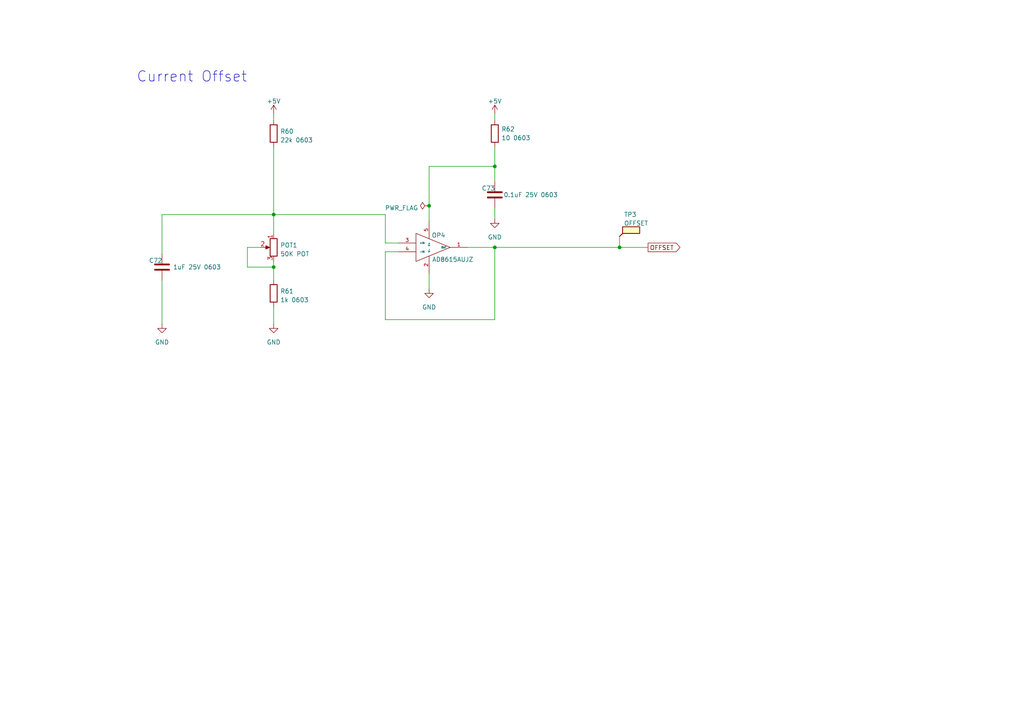
<source format=kicad_sch>
(kicad_sch (version 20231120) (generator "eeschema") (generator_version "8.0")
  (paper "A4")
  (lib_symbols
    (symbol "AD8615:AD8615AUJZ" (pin_names (offset 1.016))
      (property "Reference" "OP" (at 3.556 -12.954 0))
      (property "Value" "AD8615AUJZ" (at 8.128 -21.59 0))
      (symbol "AD8615AUJZ_0_0"
        (pin output line (at 11.176 -17.78 180) (length 5.08) (name "OUT") (number "1"))
        (pin power_in line (at 0 -25.4 90) (length 5.08) (name "V-") (number "2"))
        (pin input line (at -8.89 -16.51 0) (length 5.08) (name "+IN") (number "3"))
        (pin input line (at -8.89 -19.05 0) (length 5.08) (name "-IN") (number "4"))
        (pin power_in line (at 0 -10.16 270) (length 5.08) (name "V+") (number "5"))
      )
      (symbol "AD8615AUJZ_0_1"
        (polyline (pts (xy -3.81 -13.716) (xy -3.81 -21.844) (xy 6.096 -17.78) (xy -3.81 -13.716)))
      )
    )
    (symbol "Connector:TestPoint_Flag" (pin_numbers hide) (pin_names (offset 0.762) hide)
      (property "Reference" "TP" (at 3.429 1.778 0))
      (property "Value" "TestPoint_Flag" (at 3.302 4.191 0))
      (symbol "TestPoint_Flag_0_1"
        (polyline (pts (xy 0 0) (xy 0.889 0.889)) (stroke (width 0.254)))
        (rectangle (start 0.889 2.794) (end 5.842 0.889) (stroke (width 0.254)) (fill (type background)))
      )
      (symbol "TestPoint_Flag_1_1"
        (pin passive line (at 0 0 90) (length 0) (name "1") (number "1"))
      )
    )
    (symbol "Device:C" (pin_numbers hide) (pin_names (offset 0.254))
      (property "Reference" "C" (at 0.635 2.54 0))
      (property "Value" "C" (at 0.635 -2.54 0))
      (symbol "C_0_1"
        (polyline (pts (xy -2.032 -0.762) (xy 2.032 -0.762)) (stroke (width 0.508)))
        (polyline (pts (xy -2.032 0.762) (xy 2.032 0.762)) (stroke (width 0.508)))
      )
      (symbol "C_1_1"
        (pin passive line (at 0 3.81 270) (length 2.794) (name "~") (number "1"))
        (pin passive line (at 0 -3.81 90) (length 2.794) (name "~") (number "2"))
      )
    )
    (symbol "Device:R" (pin_numbers hide) (pin_names (offset 0))
      (property "Reference" "R" (at 2.032 0 90))
      (property "Value" "R" (at 0 0 90))
      (symbol "R_0_1"
        (rectangle (start -1.016 -2.54) (end 1.016 2.54) (stroke (width 0.254)))
      )
      (symbol "R_1_1"
        (pin passive line (at 0 3.81 270) (length 1.27) (name "~") (number "1"))
        (pin passive line (at 0 -3.81 90) (length 1.27) (name "~") (number "2"))
      )
    )
    (symbol "Device:R_Potentiometer" (pin_names (offset 1.016) hide)
      (property "Reference" "RV" (at -4.445 0 90))
      (property "Value" "R_Potentiometer" (at -2.54 0 90))
      (symbol "R_Potentiometer_0_1"
        (polyline (pts (xy 2.54 0) (xy 1.524 0)))
        (polyline (pts (xy 1.143 0) (xy 2.286 0.508) (xy 2.286 -0.508) (xy 1.143 0)) (fill (type outline)))
        (rectangle (start 1.016 2.54) (end -1.016 -2.54) (stroke (width 0.254)))
      )
      (symbol "R_Potentiometer_1_1"
        (pin passive line (at 0 3.81 270) (length 1.27) (name "1") (number "1"))
        (pin passive line (at 3.81 0 180) (length 1.27) (name "2") (number "2"))
        (pin passive line (at 0 -3.81 90) (length 1.27) (name "3") (number "3"))
      )
    )
    (symbol "power:+5V" (power) (pin_names (offset 0))
      (property "Value" "+5V" (at 0 3.556 0))
      (symbol "+5V_0_1"
        (polyline (pts (xy -0.762 1.27) (xy 0 2.54)))
        (polyline (pts (xy 0 0) (xy 0 2.54)))
        (polyline (pts (xy 0 2.54) (xy 0.762 1.27)))
      )
      (symbol "+5V_1_1"
        (pin power_in line (at 0 0 90) (length 0) hide (name "+5V") (number "1"))
      )
    )
    (symbol "power:GND" (power) (pin_names (offset 0))
      (property "Value" "GND" (at 0 -3.81 0))
      (symbol "GND_0_1"
        (polyline (pts (xy 0 0) (xy 0 -1.27) (xy 1.27 -1.27) (xy 0 -2.54) (xy -1.27 -1.27) (xy 0 -1.27)))
      )
      (symbol "GND_1_1"
        (pin power_in line (at 0 0 270) (length 0) hide (name "GND") (number "1"))
      )
    )
    (symbol "power:PWR_FLAG" (power) (pin_numbers hide) (pin_names (offset 0) hide)
      (property "Value" "PWR_FLAG" (at 0 3.81 0))
      (symbol "PWR_FLAG_0_0"
        (pin power_out line (at 0 0 90) (length 0) (name "pwr") (number "1"))
      )
      (symbol "PWR_FLAG_0_1"
        (polyline (pts (xy 0 0) (xy 0 1.27) (xy -1.016 1.905) (xy 0 2.54) (xy 1.016 1.905) (xy 0 1.27)))
      )
    )
  )
  (junction (at 79.375 77.47))
  (junction (at 179.705 71.755))
  (junction (at 143.51 48.26))
  (junction (at 79.375 62.23))
  (junction (at 143.51 71.755))
  (junction (at 124.46 59.69))
  (wire (pts (xy 135.636 71.755) (xy 143.51 71.755)))
  (wire (pts (xy 143.51 33.02) (xy 143.51 34.925)))
  (wire (pts (xy 111.76 62.23) (xy 79.375 62.23)))
  (wire (pts (xy 124.46 64.135) (xy 124.46 59.69)))
  (wire (pts (xy 115.57 70.485) (xy 111.76 70.485)))
  (wire (pts (xy 111.76 73.025) (xy 115.57 73.025)))
  (wire (pts (xy 179.705 71.755) (xy 187.96 71.755)))
  (wire (pts (xy 124.46 79.375) (xy 124.46 83.82)))
  (wire (pts (xy 79.375 62.23) (xy 79.375 67.945)))
  (wire (pts (xy 143.51 71.755) (xy 179.705 71.755)))
  (wire (pts (xy 79.375 77.47) (xy 79.375 81.28)))
  (wire (pts (xy 79.375 62.23) (xy 46.99 62.23)))
  (wire (pts (xy 111.76 73.025) (xy 111.76 92.71)))
  (wire (pts (xy 143.51 60.325) (xy 143.51 63.5)))
  (wire (pts (xy 79.375 75.565) (xy 79.375 77.47)))
  (wire (pts (xy 71.755 71.755) (xy 71.755 77.47)))
  (wire (pts (xy 143.51 42.545) (xy 143.51 48.26)))
  (wire (pts (xy 124.46 59.69) (xy 124.46 48.26)))
  (wire (pts (xy 46.99 81.28) (xy 46.99 93.98)))
  (wire (pts (xy 79.375 88.9) (xy 79.375 93.98)))
  (wire (pts (xy 111.76 92.71) (xy 143.51 92.71)))
  (wire (pts (xy 124.46 48.26) (xy 143.51 48.26)))
  (wire (pts (xy 79.375 42.545) (xy 79.375 62.23)))
  (wire (pts (xy 179.705 68.58) (xy 179.705 71.755)))
  (wire (pts (xy 143.51 71.755) (xy 143.51 92.71)))
  (wire (pts (xy 143.51 48.26) (xy 143.51 52.705)))
  (wire (pts (xy 71.755 77.47) (xy 79.375 77.47)))
  (wire (pts (xy 111.76 70.485) (xy 111.76 62.23)))
  (wire (pts (xy 75.565 71.755) (xy 71.755 71.755)))
  (wire (pts (xy 79.375 33.02) (xy 79.375 34.925)))
  (wire (pts (xy 46.99 62.23) (xy 46.99 73.66)))
  (text "Current Offset" (at 71.755 24.13 0) (effects (font (size 3 3)) (justify right bottom)))
  (global_label "OFFSET" (shape output) (at 187.96 71.755 0) (property "Intersheetrefs" "${INTERSHEET_REFS}" (effects (hide yes))))
  (symbol (lib_id "Device:R") (at 79.375 38.735 0) (unit 1)
    (property "Reference" "R60" (at 81.28 38.1 0) (effects (justify left)))
    (property "Value" "22k 0603" (at 81.28 40.64 0) (effects (justify left)))
  )
  (symbol (lib_id "power:+5V") (at 79.375 33.02 0) (unit 1)
    (property "Reference" "#PWR044" (effects (hide yes)))
    (property "Value" "+5V" (at 79.375 29.3624 0))
  )
  (symbol (lib_id "Device:R") (at 79.375 85.09 0) (unit 1)
    (property "Reference" "R61" (at 81.28 84.455 0) (effects (justify left)))
    (property "Value" "1k 0603" (at 81.28 86.995 0) (effects (justify left)))
  )
  (symbol (lib_id "power:GND") (at 46.99 93.98 0) (unit 1)
    (property "Reference" "#PWR043" (effects (hide yes)))
    (property "Value" "GND" (at 46.99 99.2632 0))
  )
  (symbol (lib_id "Connector:TestPoint_Flag") (at 179.705 68.58 0) (unit 1)
    (property "Reference" "TP3" (at 180.975 62.23 0) (effects (justify left)))
    (property "Value" "OFFSET" (at 180.975 64.77 0) (effects (justify left)))
  )
  (symbol (lib_id "Device:C") (at 143.51 56.515 0) (unit 1)
    (property "Reference" "C73" (at 139.7 54.61 0) (effects (justify left)))
    (property "Value" "0.1uF 25V 0603" (at 146.05 56.515 0) (effects (justify left)))
    (property "Footprint" "Kap-1206-Footprints:C15" (effects (hide yes)))
    (property "Datasheet" "C15" (effects (hide yes)))
  )
  (symbol (lib_id "Device:C") (at 46.99 77.47 0) (unit 1)
    (property "Reference" "C72" (at 43.18 75.565 0) (effects (justify left)))
    (property "Value" "1uF 25V 0603" (at 50.165 77.47 0) (effects (justify left)))
    (property "Footprint" "Kap-1206-Footprints:C72" (effects (hide yes)))
    (property "Datasheet" "C72" (effects (hide yes)))
  )
  (symbol (lib_id "Device:R") (at 143.51 38.735 0) (unit 1)
    (property "Reference" "R62" (at 145.415 37.465 0) (effects (justify left)))
    (property "Value" "10 0603" (at 145.415 40.005 0) (effects (justify left)))
  )
  (symbol (lib_id "power:GND") (at 124.46 83.82 0) (unit 1)
    (property "Reference" "#PWR046" (effects (hide yes)))
    (property "Value" "GND" (at 124.46 89.1032 0))
  )
  (symbol (lib_id "power:GND") (at 79.375 93.98 0) (unit 1)
    (property "Reference" "#PWR045" (effects (hide yes)))
    (property "Value" "GND" (at 79.375 99.2632 0))
  )
  (symbol (lib_id "power:GND") (at 143.51 63.5 0) (unit 1)
    (property "Reference" "#PWR048" (effects (hide yes)))
    (property "Value" "GND" (at 143.51 68.7832 0))
  )
  (symbol (lib_id "AD8615:AD8615AUJZ") (at 124.46 53.975 0) (unit 1)
    (property "Reference" "OP4" (at 127.2032 68.2498 0))
    (property "Value" "AD8615AUJZ" (at 131.318 75.2602 0))
    (property "Footprint" "infineon-library-footprints:AD8615" (effects (hide yes)))
    (property "Description" "Precision 20 MHz CMOS Single RRIO Operational Amplifier" (effects (hide yes)))
    (property "MF" "Analog Devices" (effects (hide yes)))
    (property "PACKAGE" "SOT-23-5" (effects (hide yes)))
    (property "MPN" "AD8615AUJZ" (effects (hide yes)))
    (property "Price" "None" (effects (hide yes)))
    (property "Package" "TSOT-5 Analog Devices" (effects (hide yes)))
    (property "OC_FARNELL" "9079408" (effects (hide yes)))
    (property "SnapEDA_Link" "https://www.snapeda.com/parts/AD8615AUJZ-REEL7/Analog+Devices/view-part/?ref=snap" (effects (hide yes)))
    (property "MP" "AD8615AUJZ-REEL7" (effects (hide yes)))
    (property "Purchase-URL" "https://www.snapeda.com/api/url_track_click_mouser/?unipart_id=45535&manufacturer=Analog Devices&part_name=AD8615AUJZ-REEL7&search_term=ad8615" (effects (hide yes)))
    (property "SUPPLIER" "Analog Devices" (effects (hide yes)))
    (property "OC_NEWARK" "31M4569" (effects (hide yes)))
    (property "Availability" "In Stock" (effects (hide yes)))
    (property "Check_prices" "https://www.snapeda.com/parts/AD8615AUJZ-REEL7/Analog+Devices/view-part/?ref=eda" (effects (hide yes)))
  )
  (symbol (lib_id "power:PWR_FLAG") (at 124.46 59.69 90) (unit 1)
    (property "Reference" "#FLG04" (effects (hide yes)))
    (property "Value" "PWR_FLAG" (at 121.285 60.325 90) (effects (justify left)))
  )
  (symbol (lib_id "power:+5V") (at 143.51 33.02 0) (unit 1)
    (property "Reference" "#PWR047" (effects (hide yes)))
    (property "Value" "+5V" (at 143.51 29.3624 0))
  )
  (symbol (lib_id "Device:R_Potentiometer") (at 79.375 71.755 0) (mirror y) (unit 1)
    (property "Reference" "POT1" (at 81.28 71.12 0) (effects (justify right)))
    (property "Value" "50K POT" (at 81.28 73.66 0) (effects (justify right)))
    (property "Footprint" "just-footprints:POT2" (effects (hide yes)))
  )
)
</source>
